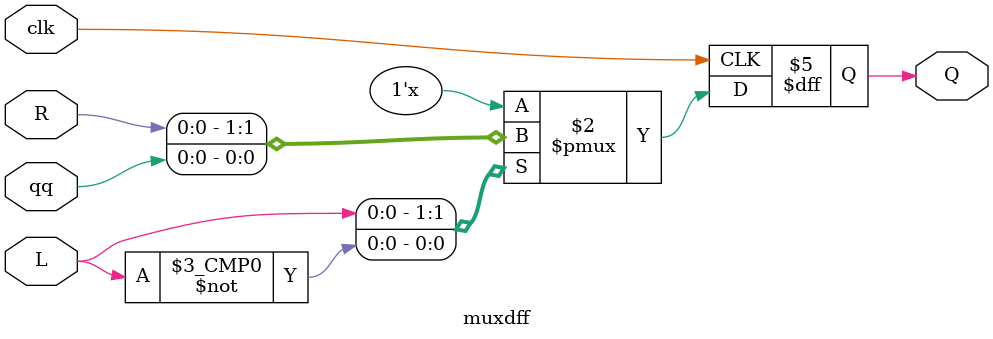
<source format=v>
module top_module (
	input [2:0] SW,      // R
	input [1:0] KEY,     // L and clk
	output [2:0] LEDR);  // Q
    

    muxdff instance1 (SW[0],KEY[0], KEY[1], LEDR[2], LEDR[0]);
    muxdff instance2 (SW[1],KEY[0], KEY[1], LEDR[0], LEDR[1]);
    muxdff instance3 (SW[2],KEY[0], KEY[1], (LEDR[1]^LEDR[2]), LEDR[2]);

endmodule
module muxdff (input R, clk, L, qq, output Q);
    always @ (posedge clk) begin
        case (L)
            1'b1: Q <= R;
            1'b0: Q <= qq;
        endcase
    end
endmodule

</source>
